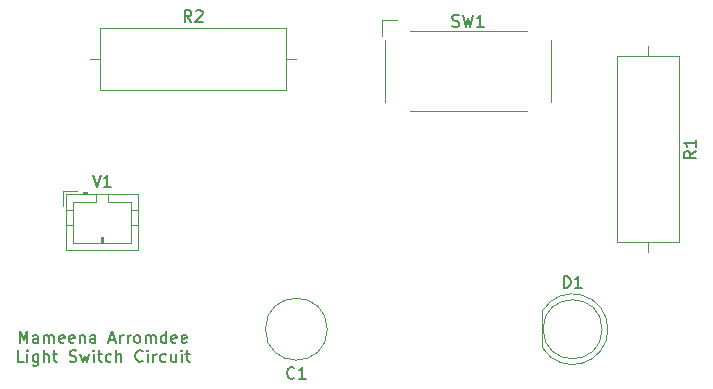
<source format=gbr>
%TF.GenerationSoftware,KiCad,Pcbnew,(6.0.10)*%
%TF.CreationDate,2023-02-17T09:20:17-08:00*%
%TF.ProjectId,Exercise I,45786572-6369-4736-9520-492e6b696361,rev?*%
%TF.SameCoordinates,Original*%
%TF.FileFunction,Legend,Top*%
%TF.FilePolarity,Positive*%
%FSLAX46Y46*%
G04 Gerber Fmt 4.6, Leading zero omitted, Abs format (unit mm)*
G04 Created by KiCad (PCBNEW (6.0.10)) date 2023-02-17 09:20:17*
%MOMM*%
%LPD*%
G01*
G04 APERTURE LIST*
%ADD10C,0.150000*%
%ADD11C,0.120000*%
G04 APERTURE END LIST*
D10*
X104307571Y-102771380D02*
X104307571Y-101771380D01*
X104640904Y-102485666D01*
X104974238Y-101771380D01*
X104974238Y-102771380D01*
X105879000Y-102771380D02*
X105879000Y-102247571D01*
X105831380Y-102152333D01*
X105736142Y-102104714D01*
X105545666Y-102104714D01*
X105450428Y-102152333D01*
X105879000Y-102723761D02*
X105783761Y-102771380D01*
X105545666Y-102771380D01*
X105450428Y-102723761D01*
X105402809Y-102628523D01*
X105402809Y-102533285D01*
X105450428Y-102438047D01*
X105545666Y-102390428D01*
X105783761Y-102390428D01*
X105879000Y-102342809D01*
X106355190Y-102771380D02*
X106355190Y-102104714D01*
X106355190Y-102199952D02*
X106402809Y-102152333D01*
X106498047Y-102104714D01*
X106640904Y-102104714D01*
X106736142Y-102152333D01*
X106783761Y-102247571D01*
X106783761Y-102771380D01*
X106783761Y-102247571D02*
X106831380Y-102152333D01*
X106926619Y-102104714D01*
X107069476Y-102104714D01*
X107164714Y-102152333D01*
X107212333Y-102247571D01*
X107212333Y-102771380D01*
X108069476Y-102723761D02*
X107974238Y-102771380D01*
X107783761Y-102771380D01*
X107688523Y-102723761D01*
X107640904Y-102628523D01*
X107640904Y-102247571D01*
X107688523Y-102152333D01*
X107783761Y-102104714D01*
X107974238Y-102104714D01*
X108069476Y-102152333D01*
X108117095Y-102247571D01*
X108117095Y-102342809D01*
X107640904Y-102438047D01*
X108926619Y-102723761D02*
X108831380Y-102771380D01*
X108640904Y-102771380D01*
X108545666Y-102723761D01*
X108498047Y-102628523D01*
X108498047Y-102247571D01*
X108545666Y-102152333D01*
X108640904Y-102104714D01*
X108831380Y-102104714D01*
X108926619Y-102152333D01*
X108974238Y-102247571D01*
X108974238Y-102342809D01*
X108498047Y-102438047D01*
X109402809Y-102104714D02*
X109402809Y-102771380D01*
X109402809Y-102199952D02*
X109450428Y-102152333D01*
X109545666Y-102104714D01*
X109688523Y-102104714D01*
X109783761Y-102152333D01*
X109831380Y-102247571D01*
X109831380Y-102771380D01*
X110736142Y-102771380D02*
X110736142Y-102247571D01*
X110688523Y-102152333D01*
X110593285Y-102104714D01*
X110402809Y-102104714D01*
X110307571Y-102152333D01*
X110736142Y-102723761D02*
X110640904Y-102771380D01*
X110402809Y-102771380D01*
X110307571Y-102723761D01*
X110259952Y-102628523D01*
X110259952Y-102533285D01*
X110307571Y-102438047D01*
X110402809Y-102390428D01*
X110640904Y-102390428D01*
X110736142Y-102342809D01*
X111926619Y-102485666D02*
X112402809Y-102485666D01*
X111831380Y-102771380D02*
X112164714Y-101771380D01*
X112498047Y-102771380D01*
X112831380Y-102771380D02*
X112831380Y-102104714D01*
X112831380Y-102295190D02*
X112879000Y-102199952D01*
X112926619Y-102152333D01*
X113021857Y-102104714D01*
X113117095Y-102104714D01*
X113450428Y-102771380D02*
X113450428Y-102104714D01*
X113450428Y-102295190D02*
X113498047Y-102199952D01*
X113545666Y-102152333D01*
X113640904Y-102104714D01*
X113736142Y-102104714D01*
X114212333Y-102771380D02*
X114117095Y-102723761D01*
X114069476Y-102676142D01*
X114021857Y-102580904D01*
X114021857Y-102295190D01*
X114069476Y-102199952D01*
X114117095Y-102152333D01*
X114212333Y-102104714D01*
X114355190Y-102104714D01*
X114450428Y-102152333D01*
X114498047Y-102199952D01*
X114545666Y-102295190D01*
X114545666Y-102580904D01*
X114498047Y-102676142D01*
X114450428Y-102723761D01*
X114355190Y-102771380D01*
X114212333Y-102771380D01*
X114974238Y-102771380D02*
X114974238Y-102104714D01*
X114974238Y-102199952D02*
X115021857Y-102152333D01*
X115117095Y-102104714D01*
X115259952Y-102104714D01*
X115355190Y-102152333D01*
X115402809Y-102247571D01*
X115402809Y-102771380D01*
X115402809Y-102247571D02*
X115450428Y-102152333D01*
X115545666Y-102104714D01*
X115688523Y-102104714D01*
X115783761Y-102152333D01*
X115831380Y-102247571D01*
X115831380Y-102771380D01*
X116736142Y-102771380D02*
X116736142Y-101771380D01*
X116736142Y-102723761D02*
X116640904Y-102771380D01*
X116450428Y-102771380D01*
X116355190Y-102723761D01*
X116307571Y-102676142D01*
X116259952Y-102580904D01*
X116259952Y-102295190D01*
X116307571Y-102199952D01*
X116355190Y-102152333D01*
X116450428Y-102104714D01*
X116640904Y-102104714D01*
X116736142Y-102152333D01*
X117593285Y-102723761D02*
X117498047Y-102771380D01*
X117307571Y-102771380D01*
X117212333Y-102723761D01*
X117164714Y-102628523D01*
X117164714Y-102247571D01*
X117212333Y-102152333D01*
X117307571Y-102104714D01*
X117498047Y-102104714D01*
X117593285Y-102152333D01*
X117640904Y-102247571D01*
X117640904Y-102342809D01*
X117164714Y-102438047D01*
X118450428Y-102723761D02*
X118355190Y-102771380D01*
X118164714Y-102771380D01*
X118069476Y-102723761D01*
X118021857Y-102628523D01*
X118021857Y-102247571D01*
X118069476Y-102152333D01*
X118164714Y-102104714D01*
X118355190Y-102104714D01*
X118450428Y-102152333D01*
X118498047Y-102247571D01*
X118498047Y-102342809D01*
X118021857Y-102438047D01*
X104640904Y-104381380D02*
X104164714Y-104381380D01*
X104164714Y-103381380D01*
X104974238Y-104381380D02*
X104974238Y-103714714D01*
X104974238Y-103381380D02*
X104926619Y-103429000D01*
X104974238Y-103476619D01*
X105021857Y-103429000D01*
X104974238Y-103381380D01*
X104974238Y-103476619D01*
X105879000Y-103714714D02*
X105879000Y-104524238D01*
X105831380Y-104619476D01*
X105783761Y-104667095D01*
X105688523Y-104714714D01*
X105545666Y-104714714D01*
X105450428Y-104667095D01*
X105879000Y-104333761D02*
X105783761Y-104381380D01*
X105593285Y-104381380D01*
X105498047Y-104333761D01*
X105450428Y-104286142D01*
X105402809Y-104190904D01*
X105402809Y-103905190D01*
X105450428Y-103809952D01*
X105498047Y-103762333D01*
X105593285Y-103714714D01*
X105783761Y-103714714D01*
X105879000Y-103762333D01*
X106355190Y-104381380D02*
X106355190Y-103381380D01*
X106783761Y-104381380D02*
X106783761Y-103857571D01*
X106736142Y-103762333D01*
X106640904Y-103714714D01*
X106498047Y-103714714D01*
X106402809Y-103762333D01*
X106355190Y-103809952D01*
X107117095Y-103714714D02*
X107498047Y-103714714D01*
X107259952Y-103381380D02*
X107259952Y-104238523D01*
X107307571Y-104333761D01*
X107402809Y-104381380D01*
X107498047Y-104381380D01*
X108545666Y-104333761D02*
X108688523Y-104381380D01*
X108926619Y-104381380D01*
X109021857Y-104333761D01*
X109069476Y-104286142D01*
X109117095Y-104190904D01*
X109117095Y-104095666D01*
X109069476Y-104000428D01*
X109021857Y-103952809D01*
X108926619Y-103905190D01*
X108736142Y-103857571D01*
X108640904Y-103809952D01*
X108593285Y-103762333D01*
X108545666Y-103667095D01*
X108545666Y-103571857D01*
X108593285Y-103476619D01*
X108640904Y-103429000D01*
X108736142Y-103381380D01*
X108974238Y-103381380D01*
X109117095Y-103429000D01*
X109450428Y-103714714D02*
X109640904Y-104381380D01*
X109831380Y-103905190D01*
X110021857Y-104381380D01*
X110212333Y-103714714D01*
X110593285Y-104381380D02*
X110593285Y-103714714D01*
X110593285Y-103381380D02*
X110545666Y-103429000D01*
X110593285Y-103476619D01*
X110640904Y-103429000D01*
X110593285Y-103381380D01*
X110593285Y-103476619D01*
X110926619Y-103714714D02*
X111307571Y-103714714D01*
X111069476Y-103381380D02*
X111069476Y-104238523D01*
X111117095Y-104333761D01*
X111212333Y-104381380D01*
X111307571Y-104381380D01*
X112069476Y-104333761D02*
X111974238Y-104381380D01*
X111783761Y-104381380D01*
X111688523Y-104333761D01*
X111640904Y-104286142D01*
X111593285Y-104190904D01*
X111593285Y-103905190D01*
X111640904Y-103809952D01*
X111688523Y-103762333D01*
X111783761Y-103714714D01*
X111974238Y-103714714D01*
X112069476Y-103762333D01*
X112498047Y-104381380D02*
X112498047Y-103381380D01*
X112926619Y-104381380D02*
X112926619Y-103857571D01*
X112879000Y-103762333D01*
X112783761Y-103714714D01*
X112640904Y-103714714D01*
X112545666Y-103762333D01*
X112498047Y-103809952D01*
X114736142Y-104286142D02*
X114688523Y-104333761D01*
X114545666Y-104381380D01*
X114450428Y-104381380D01*
X114307571Y-104333761D01*
X114212333Y-104238523D01*
X114164714Y-104143285D01*
X114117095Y-103952809D01*
X114117095Y-103809952D01*
X114164714Y-103619476D01*
X114212333Y-103524238D01*
X114307571Y-103429000D01*
X114450428Y-103381380D01*
X114545666Y-103381380D01*
X114688523Y-103429000D01*
X114736142Y-103476619D01*
X115164714Y-104381380D02*
X115164714Y-103714714D01*
X115164714Y-103381380D02*
X115117095Y-103429000D01*
X115164714Y-103476619D01*
X115212333Y-103429000D01*
X115164714Y-103381380D01*
X115164714Y-103476619D01*
X115640904Y-104381380D02*
X115640904Y-103714714D01*
X115640904Y-103905190D02*
X115688523Y-103809952D01*
X115736142Y-103762333D01*
X115831380Y-103714714D01*
X115926619Y-103714714D01*
X116688523Y-104333761D02*
X116593285Y-104381380D01*
X116402809Y-104381380D01*
X116307571Y-104333761D01*
X116259952Y-104286142D01*
X116212333Y-104190904D01*
X116212333Y-103905190D01*
X116259952Y-103809952D01*
X116307571Y-103762333D01*
X116402809Y-103714714D01*
X116593285Y-103714714D01*
X116688523Y-103762333D01*
X117545666Y-103714714D02*
X117545666Y-104381380D01*
X117117095Y-103714714D02*
X117117095Y-104238523D01*
X117164714Y-104333761D01*
X117259952Y-104381380D01*
X117402809Y-104381380D01*
X117498047Y-104333761D01*
X117545666Y-104286142D01*
X118021857Y-104381380D02*
X118021857Y-103714714D01*
X118021857Y-103381380D02*
X117974238Y-103429000D01*
X118021857Y-103476619D01*
X118069476Y-103429000D01*
X118021857Y-103381380D01*
X118021857Y-103476619D01*
X118355190Y-103714714D02*
X118736142Y-103714714D01*
X118498047Y-103381380D02*
X118498047Y-104238523D01*
X118545666Y-104333761D01*
X118640904Y-104381380D01*
X118736142Y-104381380D01*
%TO.C,C1*%
X127573333Y-105707142D02*
X127525714Y-105754761D01*
X127382857Y-105802380D01*
X127287619Y-105802380D01*
X127144761Y-105754761D01*
X127049523Y-105659523D01*
X127001904Y-105564285D01*
X126954285Y-105373809D01*
X126954285Y-105230952D01*
X127001904Y-105040476D01*
X127049523Y-104945238D01*
X127144761Y-104850000D01*
X127287619Y-104802380D01*
X127382857Y-104802380D01*
X127525714Y-104850000D01*
X127573333Y-104897619D01*
X128525714Y-105802380D02*
X127954285Y-105802380D01*
X128240000Y-105802380D02*
X128240000Y-104802380D01*
X128144761Y-104945238D01*
X128049523Y-105040476D01*
X127954285Y-105088095D01*
%TO.C,D1*%
X150391904Y-98092380D02*
X150391904Y-97092380D01*
X150630000Y-97092380D01*
X150772857Y-97140000D01*
X150868095Y-97235238D01*
X150915714Y-97330476D01*
X150963333Y-97520952D01*
X150963333Y-97663809D01*
X150915714Y-97854285D01*
X150868095Y-97949523D01*
X150772857Y-98044761D01*
X150630000Y-98092380D01*
X150391904Y-98092380D01*
X151915714Y-98092380D02*
X151344285Y-98092380D01*
X151630000Y-98092380D02*
X151630000Y-97092380D01*
X151534761Y-97235238D01*
X151439523Y-97330476D01*
X151344285Y-97378095D01*
%TO.C,R2*%
X118853333Y-75572380D02*
X118520000Y-75096190D01*
X118281904Y-75572380D02*
X118281904Y-74572380D01*
X118662857Y-74572380D01*
X118758095Y-74620000D01*
X118805714Y-74667619D01*
X118853333Y-74762857D01*
X118853333Y-74905714D01*
X118805714Y-75000952D01*
X118758095Y-75048571D01*
X118662857Y-75096190D01*
X118281904Y-75096190D01*
X119234285Y-74667619D02*
X119281904Y-74620000D01*
X119377142Y-74572380D01*
X119615238Y-74572380D01*
X119710476Y-74620000D01*
X119758095Y-74667619D01*
X119805714Y-74762857D01*
X119805714Y-74858095D01*
X119758095Y-75000952D01*
X119186666Y-75572380D01*
X119805714Y-75572380D01*
%TO.C,SW1*%
X140949166Y-75942261D02*
X141092023Y-75989880D01*
X141330119Y-75989880D01*
X141425357Y-75942261D01*
X141472976Y-75894642D01*
X141520595Y-75799404D01*
X141520595Y-75704166D01*
X141472976Y-75608928D01*
X141425357Y-75561309D01*
X141330119Y-75513690D01*
X141139642Y-75466071D01*
X141044404Y-75418452D01*
X140996785Y-75370833D01*
X140949166Y-75275595D01*
X140949166Y-75180357D01*
X140996785Y-75085119D01*
X141044404Y-75037500D01*
X141139642Y-74989880D01*
X141377738Y-74989880D01*
X141520595Y-75037500D01*
X141853928Y-74989880D02*
X142092023Y-75989880D01*
X142282500Y-75275595D01*
X142472976Y-75989880D01*
X142711071Y-74989880D01*
X143615833Y-75989880D02*
X143044404Y-75989880D01*
X143330119Y-75989880D02*
X143330119Y-74989880D01*
X143234880Y-75132738D01*
X143139642Y-75227976D01*
X143044404Y-75275595D01*
%TO.C,R1*%
X161552380Y-86526666D02*
X161076190Y-86860000D01*
X161552380Y-87098095D02*
X160552380Y-87098095D01*
X160552380Y-86717142D01*
X160600000Y-86621904D01*
X160647619Y-86574285D01*
X160742857Y-86526666D01*
X160885714Y-86526666D01*
X160980952Y-86574285D01*
X161028571Y-86621904D01*
X161076190Y-86717142D01*
X161076190Y-87098095D01*
X161552380Y-85574285D02*
X161552380Y-86145714D01*
X161552380Y-85860000D02*
X160552380Y-85860000D01*
X160695238Y-85955238D01*
X160790476Y-86050476D01*
X160838095Y-86145714D01*
%TO.C,V1*%
X110500476Y-88542380D02*
X110833809Y-89542380D01*
X111167142Y-88542380D01*
X112024285Y-89542380D02*
X111452857Y-89542380D01*
X111738571Y-89542380D02*
X111738571Y-88542380D01*
X111643333Y-88685238D01*
X111548095Y-88780476D01*
X111452857Y-88828095D01*
D11*
%TO.C,C1*%
X130360000Y-101600000D02*
G75*
G03*
X130360000Y-101600000I-2620000J0D01*
G01*
%TO.C,D1*%
X148570000Y-100055000D02*
X148570000Y-103145000D01*
X154120000Y-101600462D02*
G75*
G03*
X148570000Y-100055170I-2990000J462D01*
G01*
X148570000Y-103144830D02*
G75*
G03*
X154120000Y-101599538I2560000J1544830D01*
G01*
X153630000Y-101600000D02*
G75*
G03*
X153630000Y-101600000I-2500000J0D01*
G01*
%TO.C,R2*%
X110300000Y-78740000D02*
X111150000Y-78740000D01*
X111150000Y-76120000D02*
X111150000Y-81360000D01*
X127740000Y-78740000D02*
X126890000Y-78740000D01*
X126890000Y-81360000D02*
X126890000Y-76120000D01*
X111150000Y-81360000D02*
X126890000Y-81360000D01*
X126890000Y-76120000D02*
X111150000Y-76120000D01*
%TO.C,SW1*%
X149282500Y-77137500D02*
X149282500Y-82337500D01*
X147232500Y-83087500D02*
X137332500Y-83087500D01*
X134982500Y-76737500D02*
X134982500Y-75437500D01*
X134982500Y-75437500D02*
X136282500Y-75437500D01*
X137332500Y-76387500D02*
X147232500Y-76387500D01*
X135282500Y-82337500D02*
X135282500Y-77137500D01*
%TO.C,R1*%
X160100000Y-78490000D02*
X154860000Y-78490000D01*
X157480000Y-95080000D02*
X157480000Y-94230000D01*
X157480000Y-77640000D02*
X157480000Y-78490000D01*
X160100000Y-94230000D02*
X160100000Y-78490000D01*
X154860000Y-78490000D02*
X154860000Y-94230000D01*
X154860000Y-94230000D02*
X160100000Y-94230000D01*
%TO.C,V1*%
X111810000Y-90790000D02*
X111810000Y-90180000D01*
X113760000Y-90790000D02*
X111810000Y-90790000D01*
X108250000Y-94900000D02*
X114370000Y-94900000D01*
X108250000Y-92790000D02*
X108860000Y-92790000D01*
X111210000Y-94290000D02*
X111210000Y-93790000D01*
X114370000Y-92790000D02*
X113760000Y-92790000D01*
X110810000Y-90790000D02*
X108860000Y-90790000D01*
X114370000Y-91490000D02*
X113760000Y-91490000D01*
X111310000Y-94290000D02*
X111310000Y-93790000D01*
X110010000Y-90080000D02*
X109710000Y-90080000D01*
X110810000Y-90180000D02*
X110810000Y-90790000D01*
X108250000Y-90180000D02*
X108250000Y-94900000D01*
X114370000Y-94900000D02*
X114370000Y-90180000D01*
X107950000Y-89880000D02*
X107950000Y-91130000D01*
X110010000Y-89980000D02*
X109710000Y-89980000D01*
X111410000Y-93790000D02*
X111410000Y-94290000D01*
X109200000Y-89880000D02*
X107950000Y-89880000D01*
X108250000Y-91490000D02*
X108860000Y-91490000D01*
X113760000Y-94290000D02*
X113760000Y-90790000D01*
X110010000Y-90180000D02*
X110010000Y-89980000D01*
X109710000Y-89980000D02*
X109710000Y-90180000D01*
X108860000Y-90790000D02*
X108860000Y-94290000D01*
X111210000Y-93790000D02*
X111410000Y-93790000D01*
X114370000Y-90180000D02*
X108250000Y-90180000D01*
X108860000Y-94290000D02*
X113760000Y-94290000D01*
%TD*%
M02*

</source>
